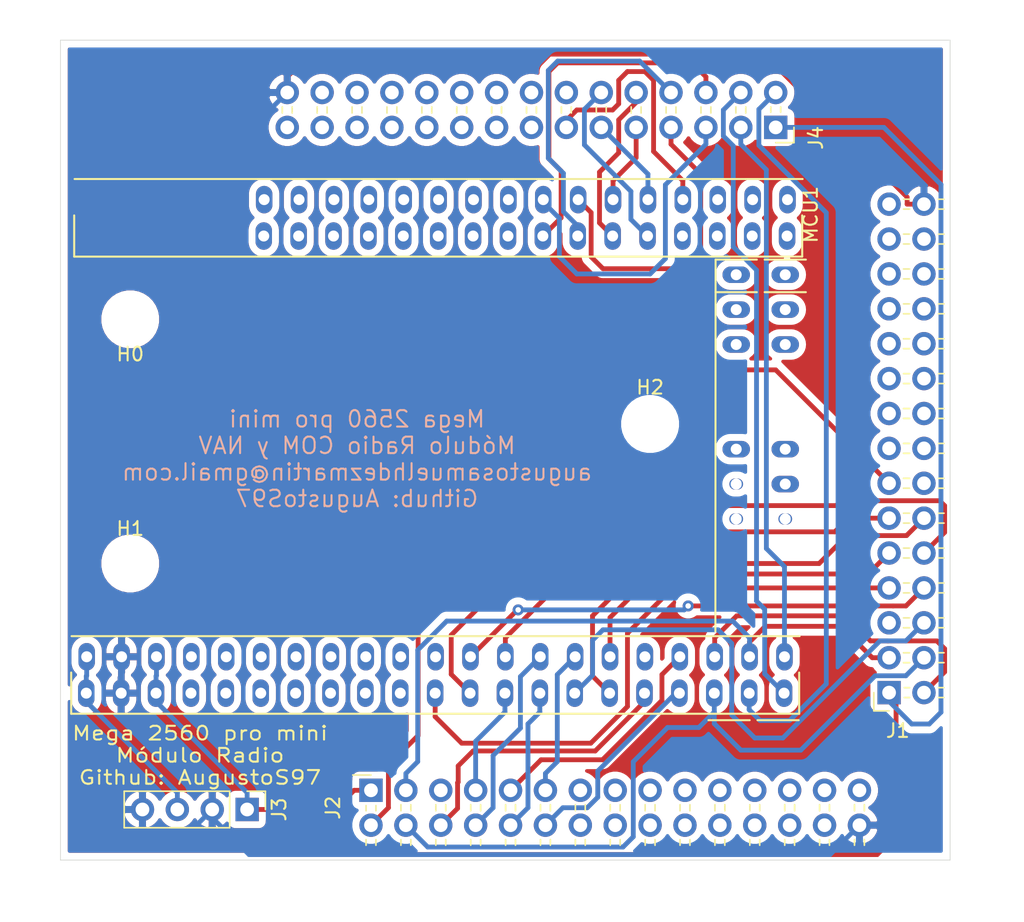
<source format=kicad_pcb>
(kicad_pcb (version 20171130) (host pcbnew "(5.1.9)-1")
  (layers (0 F.Cu signal) (31 B.Cu signal) (34 B.Paste user) (35 F.Paste user) (36 B.SilkS user) (37 F.SilkS user) (38 B.Mask user) (39 F.Mask user) (44 Edge.Cuts user))
  (net 0 "")
  (net 1 GND)
  (net 2 DOUT)
  (net 3 SW_COM_ENC_MHZ)
  (net 4 B_COM_ENC_MHZ)
  (net 5 A_COM_ENC_MHZ)
  (net 6 SW_COM_ENC_KHZ)
  (net 7 B_COM_ENC_KHZ)
  (net 8 A_COM_ENC_KHZ)
  (net 9 COM_SWAP)
  (net 10 CS_MAX)
  (net 11 CLK)
  (net 12 DIN)
  (net 13 +5V)
  (net 14 SW_NAV_ENC_MHZ)
  (net 15 B_NAV_ENC_MHZ)
  (net 16 A_NAV_ENC_MHZ)
  (net 17 SW_NAV_ENC_KHZ)
  (net 18 B_NAV_ENC_KHZ)
  (net 19 A_NAV_ENC_KHZ)
  (net 20 NAV_SWAP)
  (net 21 VCC)
  (net 22 I_led)
  (net 23 M_led)
  (net 24 O_led)
  (net 25 AUX)
  (net 26 ADF)
  (net 27 DME)
  (net 28 MKR)
  (net 29 NAV2)
  (net 30 NAV1)
  (net 31 BOTH)
  (net 32 COM2)
  (net 33 COM1)
  (module Connector_PinSocket_2.54mm:PinSocket_2x15_P2.54mm_Horizontal (layer F.Cu) (at 168.275 123.698 180)
    (fp_text reference J1 (at -0.635 -2.77) (layer F.SilkS))
    (fp_text value COM_CONN)
    (pad 30 thru_hole oval (at -2.54 35.56 180) (size 1.7 1.7) (drill 1) (layers *.Cu *.Mask) (net 1 GND))
    (pad 29 thru_hole oval (at 0 35.56 180) (size 1.7 1.7) (drill 1) (layers *.Cu *.Mask))
    (pad 28 thru_hole oval (at -2.54 33.02 180) (size 1.7 1.7) (drill 1) (layers *.Cu *.Mask))
    (pad 27 thru_hole oval (at 0 33.02 180) (size 1.7 1.7) (drill 1) (layers *.Cu *.Mask))
    (pad 26 thru_hole oval (at -2.54 30.48 180) (size 1.7 1.7) (drill 1) (layers *.Cu *.Mask))
    (pad 25 thru_hole oval (at 0 30.48 180) (size 1.7 1.7) (drill 1) (layers *.Cu *.Mask))
    (pad 24 thru_hole oval (at -2.54 27.94 180) (size 1.7 1.7) (drill 1) (layers *.Cu *.Mask))
    (pad 23 thru_hole oval (at 0 27.94 180) (size 1.7 1.7) (drill 1) (layers *.Cu *.Mask))
    (pad 22 thru_hole oval (at -2.54 25.4 180) (size 1.7 1.7) (drill 1) (layers *.Cu *.Mask))
    (pad 21 thru_hole oval (at 0 25.4 180) (size 1.7 1.7) (drill 1) (layers *.Cu *.Mask))
    (pad 20 thru_hole oval (at -2.54 22.86 180) (size 1.7 1.7) (drill 1) (layers *.Cu *.Mask))
    (pad 19 thru_hole oval (at 0 22.86 180) (size 1.7 1.7) (drill 1) (layers *.Cu *.Mask))
    (pad 18 thru_hole oval (at -2.54 20.32 180) (size 1.7 1.7) (drill 1) (layers *.Cu *.Mask))
    (pad 17 thru_hole oval (at 0 20.32 180) (size 1.7 1.7) (drill 1) (layers *.Cu *.Mask))
    (pad 16 thru_hole oval (at -2.54 17.78 180) (size 1.7 1.7) (drill 1) (layers *.Cu *.Mask))
    (pad 15 thru_hole oval (at 0 17.78 180) (size 1.7 1.7) (drill 1) (layers *.Cu *.Mask))
    (pad 14 thru_hole oval (at -2.54 15.24 180) (size 1.7 1.7) (drill 1) (layers *.Cu *.Mask))
    (pad 13 thru_hole oval (at 0 15.24 180) (size 1.7 1.7) (drill 1) (layers *.Cu *.Mask) (net 2 DOUT))
    (pad 12 thru_hole oval (at -2.54 12.7 180) (size 1.7 1.7) (drill 1) (layers *.Cu *.Mask) (net 3 SW_COM_ENC_MHZ))
    (pad 11 thru_hole oval (at 0 12.7 180) (size 1.7 1.7) (drill 1) (layers *.Cu *.Mask) (net 4 B_COM_ENC_MHZ))
    (pad 10 thru_hole oval (at -2.54 10.16 180) (size 1.7 1.7) (drill 1) (layers *.Cu *.Mask) (net 5 A_COM_ENC_MHZ))
    (pad 9 thru_hole oval (at 0 10.16 180) (size 1.7 1.7) (drill 1) (layers *.Cu *.Mask) (net 6 SW_COM_ENC_KHZ))
    (pad 8 thru_hole oval (at -2.54 7.62 180) (size 1.7 1.7) (drill 1) (layers *.Cu *.Mask) (net 7 B_COM_ENC_KHZ))
    (pad 7 thru_hole oval (at 0 7.62 180) (size 1.7 1.7) (drill 1) (layers *.Cu *.Mask) (net 8 A_COM_ENC_KHZ))
    (pad 6 thru_hole oval (at -2.54 5.08 180) (size 1.7 1.7) (drill 1) (layers *.Cu *.Mask) (net 9 COM_SWAP))
    (pad 5 thru_hole oval (at 0 5.08 180) (size 1.7 1.7) (drill 1) (layers *.Cu *.Mask))
    (pad 4 thru_hole oval (at -2.54 2.54 180) (size 1.7 1.7) (drill 1) (layers *.Cu *.Mask) (net 10 CS_MAX))
    (pad 3 thru_hole oval (at 0 2.54 180) (size 1.7 1.7) (drill 1) (layers *.Cu *.Mask) (net 11 CLK))
    (pad 2 thru_hole oval (at -2.54 0 180) (size 1.7 1.7) (drill 1) (layers *.Cu *.Mask) (net 12 DIN))
    (pad 1 thru_hole rect (at 0 0 180) (size 1.7 1.7) (drill 1) (layers *.Cu *.Mask) (net 13 +5V))
  )
  (module Connector_PinSocket_2.54mm:PinSocket_2x15_P2.54mm_Horizontal (layer F.Cu) (at 160.02 82.55 270)
    (fp_text reference J4 (at 0.762 -2.921 90) (layer F.SilkS))
    (fp_text value SW_CONN)
    (pad 30 thru_hole oval (at -2.54 35.56 270) (size 1.7 1.7) (drill 1) (layers *.Cu *.Mask) (net 1 GND))
    (pad 29 thru_hole oval (at 0 35.56 270) (size 1.7 1.7) (drill 1) (layers *.Cu *.Mask))
    (pad 28 thru_hole oval (at -2.54 33.02 270) (size 1.7 1.7) (drill 1) (layers *.Cu *.Mask))
    (pad 27 thru_hole oval (at 0 33.02 270) (size 1.7 1.7) (drill 1) (layers *.Cu *.Mask))
    (pad 26 thru_hole oval (at -2.54 30.48 270) (size 1.7 1.7) (drill 1) (layers *.Cu *.Mask))
    (pad 25 thru_hole oval (at 0 30.48 270) (size 1.7 1.7) (drill 1) (layers *.Cu *.Mask))
    (pad 24 thru_hole oval (at -2.54 27.94 270) (size 1.7 1.7) (drill 1) (layers *.Cu *.Mask))
    (pad 23 thru_hole oval (at 0 27.94 270) (size 1.7 1.7) (drill 1) (layers *.Cu *.Mask))
    (pad 22 thru_hole oval (at -2.54 25.4 270) (size 1.7 1.7) (drill 1) (layers *.Cu *.Mask))
    (pad 21 thru_hole oval (at 0 25.4 270) (size 1.7 1.7) (drill 1) (layers *.Cu *.Mask))
    (pad 20 thru_hole oval (at -2.54 22.86 270) (size 1.7 1.7) (drill 1) (layers *.Cu *.Mask))
    (pad 19 thru_hole oval (at 0 22.86 270) (size 1.7 1.7) (drill 1) (layers *.Cu *.Mask))
    (pad 18 thru_hole oval (at -2.54 20.32 270) (size 1.7 1.7) (drill 1) (layers *.Cu *.Mask))
    (pad 17 thru_hole oval (at 0 20.32 270) (size 1.7 1.7) (drill 1) (layers *.Cu *.Mask))
    (pad 16 thru_hole oval (at -2.54 17.78 270) (size 1.7 1.7) (drill 1) (layers *.Cu *.Mask))
    (pad 15 thru_hole oval (at 0 17.78 270) (size 1.7 1.7) (drill 1) (layers *.Cu *.Mask))
    (pad 14 thru_hole oval (at -2.54 15.24 270) (size 1.7 1.7) (drill 1) (layers *.Cu *.Mask))
    (pad 13 thru_hole oval (at 0 15.24 270) (size 1.7 1.7) (drill 1) (layers *.Cu *.Mask) (net 22 I_led))
    (pad 12 thru_hole oval (at -2.54 12.7 270) (size 1.7 1.7) (drill 1) (layers *.Cu *.Mask) (net 23 M_led))
    (pad 11 thru_hole oval (at 0 12.7 270) (size 1.7 1.7) (drill 1) (layers *.Cu *.Mask) (net 24 O_led))
    (pad 10 thru_hole oval (at -2.54 10.16 270) (size 1.7 1.7) (drill 1) (layers *.Cu *.Mask) (net 25 AUX))
    (pad 9 thru_hole oval (at 0 10.16 270) (size 1.7 1.7) (drill 1) (layers *.Cu *.Mask) (net 26 ADF))
    (pad 8 thru_hole oval (at -2.54 7.62 270) (size 1.7 1.7) (drill 1) (layers *.Cu *.Mask) (net 27 DME))
    (pad 7 thru_hole oval (at 0 7.62 270) (size 1.7 1.7) (drill 1) (layers *.Cu *.Mask) (net 28 MKR))
    (pad 6 thru_hole oval (at -2.54 5.08 270) (size 1.7 1.7) (drill 1) (layers *.Cu *.Mask) (net 29 NAV2))
    (pad 5 thru_hole oval (at 0 5.08 270) (size 1.7 1.7) (drill 1) (layers *.Cu *.Mask) (net 30 NAV1))
    (pad 4 thru_hole oval (at -2.54 2.54 270) (size 1.7 1.7) (drill 1) (layers *.Cu *.Mask) (net 31 BOTH))
    (pad 3 thru_hole oval (at 0 2.54 270) (size 1.7 1.7) (drill 1) (layers *.Cu *.Mask) (net 32 COM2))
    (pad 2 thru_hole oval (at -2.54 0 270) (size 1.7 1.7) (drill 1) (layers *.Cu *.Mask) (net 33 COM1))
    (pad 1 thru_hole rect (at 0 0 270) (size 1.7 1.7) (drill 1) (layers *.Cu *.Mask) (net 13 +5V))
  )
  (module Connector_PinSocket_2.54mm:PinSocket_2x15_P2.54mm_Horizontal (layer F.Cu) (at 130.556 130.81 90)
    (fp_text reference J2 (at -1.27 -2.77 90) (layer F.SilkS))
    (fp_text value NAV_CONN)
    (pad 30 thru_hole oval (at -2.54 35.56 90) (size 1.7 1.7) (drill 1) (layers *.Cu *.Mask) (net 1 GND))
    (pad 29 thru_hole oval (at 0 35.56 90) (size 1.7 1.7) (drill 1) (layers *.Cu *.Mask))
    (pad 28 thru_hole oval (at -2.54 33.02 90) (size 1.7 1.7) (drill 1) (layers *.Cu *.Mask))
    (pad 27 thru_hole oval (at 0 33.02 90) (size 1.7 1.7) (drill 1) (layers *.Cu *.Mask))
    (pad 26 thru_hole oval (at -2.54 30.48 90) (size 1.7 1.7) (drill 1) (layers *.Cu *.Mask))
    (pad 25 thru_hole oval (at 0 30.48 90) (size 1.7 1.7) (drill 1) (layers *.Cu *.Mask))
    (pad 24 thru_hole oval (at -2.54 27.94 90) (size 1.7 1.7) (drill 1) (layers *.Cu *.Mask))
    (pad 23 thru_hole oval (at 0 27.94 90) (size 1.7 1.7) (drill 1) (layers *.Cu *.Mask))
    (pad 22 thru_hole oval (at -2.54 25.4 90) (size 1.7 1.7) (drill 1) (layers *.Cu *.Mask))
    (pad 21 thru_hole oval (at 0 25.4 90) (size 1.7 1.7) (drill 1) (layers *.Cu *.Mask))
    (pad 20 thru_hole oval (at -2.54 22.86 90) (size 1.7 1.7) (drill 1) (layers *.Cu *.Mask))
    (pad 19 thru_hole oval (at 0 22.86 90) (size 1.7 1.7) (drill 1) (layers *.Cu *.Mask))
    (pad 18 thru_hole oval (at -2.54 20.32 90) (size 1.7 1.7) (drill 1) (layers *.Cu *.Mask))
    (pad 17 thru_hole oval (at 0 20.32 90) (size 1.7 1.7) (drill 1) (layers *.Cu *.Mask))
    (pad 16 thru_hole oval (at -2.54 17.78 90) (size 1.7 1.7) (drill 1) (layers *.Cu *.Mask))
    (pad 15 thru_hole oval (at 0 17.78 90) (size 1.7 1.7) (drill 1) (layers *.Cu *.Mask))
    (pad 14 thru_hole oval (at -2.54 15.24 90) (size 1.7 1.7) (drill 1) (layers *.Cu *.Mask))
    (pad 13 thru_hole oval (at 0 15.24 90) (size 1.7 1.7) (drill 1) (layers *.Cu *.Mask))
    (pad 12 thru_hole oval (at -2.54 12.7 90) (size 1.7 1.7) (drill 1) (layers *.Cu *.Mask) (net 14 SW_NAV_ENC_MHZ))
    (pad 11 thru_hole oval (at 0 12.7 90) (size 1.7 1.7) (drill 1) (layers *.Cu *.Mask) (net 15 B_NAV_ENC_MHZ))
    (pad 10 thru_hole oval (at -2.54 10.16 90) (size 1.7 1.7) (drill 1) (layers *.Cu *.Mask) (net 16 A_NAV_ENC_MHZ))
    (pad 9 thru_hole oval (at 0 10.16 90) (size 1.7 1.7) (drill 1) (layers *.Cu *.Mask) (net 17 SW_NAV_ENC_KHZ))
    (pad 8 thru_hole oval (at -2.54 7.62 90) (size 1.7 1.7) (drill 1) (layers *.Cu *.Mask) (net 18 B_NAV_ENC_KHZ))
    (pad 7 thru_hole oval (at 0 7.62 90) (size 1.7 1.7) (drill 1) (layers *.Cu *.Mask) (net 19 A_NAV_ENC_KHZ))
    (pad 6 thru_hole oval (at -2.54 5.08 90) (size 1.7 1.7) (drill 1) (layers *.Cu *.Mask) (net 20 NAV_SWAP))
    (pad 5 thru_hole oval (at 0 5.08 90) (size 1.7 1.7) (drill 1) (layers *.Cu *.Mask))
    (pad 4 thru_hole oval (at -2.54 2.54 90) (size 1.7 1.7) (drill 1) (layers *.Cu *.Mask) (net 10 CS_MAX))
    (pad 3 thru_hole oval (at 0 2.54 90) (size 1.7 1.7) (drill 1) (layers *.Cu *.Mask) (net 11 CLK))
    (pad 2 thru_hole oval (at -2.54 0 90) (size 1.7 1.7) (drill 1) (layers *.Cu *.Mask) (net 2 DOUT))
    (pad 1 thru_hole rect (at 0 0 90) (size 1.7 1.7) (drill 1) (layers *.Cu *.Mask) (net 13 +5V))
  )
  (module MountingHole:MountingHole_3.2mm_M3 (layer F.Cu) (at 150.876 104.14)
    (fp_text reference H2 (at 0 -2.667) (layer F.SilkS))
    (fp_text value MountingHole_3.2mm_M3)
    (pad 1 np_thru_hole circle (at 0 0) (size 3.2 3.2) (drill 3.2) (layers *.Cu *.Mask))
  )
  (module MountingHole:MountingHole_3.2mm_M3 (layer F.Cu) (at 113.03 114.3)
    (fp_text reference H1 (at 0 -2.54) (layer F.SilkS))
    (fp_text value MountingHole_3.2mm_M3)
    (pad 1 np_thru_hole circle (at 0 0) (size 3.2 3.2) (drill 3.2) (layers *.Cu *.Mask))
  )
  (module MountingHole:MountingHole_3.2mm_M3 (layer F.Cu) (at 113.03 96.52)
    (fp_text reference H0 (at 0 2.54) (layer F.SilkS))
    (fp_text value MountingHole_3.2mm_M3)
    (pad 1 np_thru_hole circle (at 0 0) (size 3.2 3.2) (drill 3.2) (layers *.Cu *.Mask))
  )
  (module Mega2560-pro-mini-radio:MEGA_Embebido (layer F.Cu) (at 135.509 86.868 180)
    (fp_text reference MCU1 (at -27.051 -2.032 90) (layer F.SilkS))
    (fp_text value Mega_Embebido)
    (pad 40 thru_hole oval (at -22.58 -36.87 180) (size 1.2 2) (drill 0.8) (layers *.Cu *.Mask) (net 33 COM1))
    (pad 2 thru_hole oval (at 25.68 -36.87 180) (size 1.2 2) (drill 0.8) (layers *.Cu *.Mask) (net 21 VCC))
    (pad 4 thru_hole oval (at 23.14 -36.87 180) (size 1.2 2) (drill 0.8) (layers *.Cu *.Mask) (net 1 GND))
    (pad 6 thru_hole oval (at 20.6 -36.87 180) (size 1.2 2) (drill 0.8) (layers *.Cu *.Mask) (net 13 +5V))
    (pad 8 thru_hole oval (at 18.06 -36.87 180) (size 1.2 2) (drill 0.8) (layers *.Cu *.Mask))
    (pad 10 thru_hole oval (at 15.52 -36.87 180) (size 1.2 2) (drill 0.8) (layers *.Cu *.Mask))
    (pad 12 thru_hole oval (at 12.98 -36.87 180) (size 1.2 2) (drill 0.8) (layers *.Cu *.Mask))
    (pad 14 thru_hole oval (at 10.44 -36.87 180) (size 1.2 2) (drill 0.8) (layers *.Cu *.Mask))
    (pad 16 thru_hole oval (at 7.9 -36.87 180) (size 1.2 2) (drill 0.8) (layers *.Cu *.Mask))
    (pad 18 thru_hole oval (at 5.36 -36.87 180) (size 1.2 2) (drill 0.8) (layers *.Cu *.Mask))
    (pad 20 thru_hole oval (at 2.82 -36.87 180) (size 1.2 2) (drill 0.8) (layers *.Cu *.Mask))
    (pad 22 thru_hole oval (at 0.28 -36.87 180) (size 1.2 2) (drill 0.8) (layers *.Cu *.Mask) (net 8 A_COM_ENC_KHZ))
    (pad 24 thru_hole oval (at -2.26 -36.87 180) (size 1.2 2) (drill 0.8) (layers *.Cu *.Mask) (net 5 A_COM_ENC_MHZ))
    (pad 26 thru_hole oval (at -4.8 -36.87 180) (size 1.2 2) (drill 0.8) (layers *.Cu *.Mask) (net 19 A_NAV_ENC_KHZ))
    (pad 28 thru_hole oval (at -7.34 -36.87 180) (size 1.2 2) (drill 0.8) (layers *.Cu *.Mask) (net 16 A_NAV_ENC_MHZ))
    (pad 30 thru_hole oval (at -9.88 -36.87 180) (size 1.2 2) (drill 0.8) (layers *.Cu *.Mask) (net 9 COM_SWAP))
    (pad 36 thru_hole oval (at -17.5 -36.87 180) (size 1.2 2) (drill 0.8) (layers *.Cu *.Mask) (net 14 SW_NAV_ENC_MHZ))
    (pad 34 thru_hole oval (at -14.96 -36.87 180) (size 1.2 2) (drill 0.8) (layers *.Cu *.Mask) (net 20 NAV_SWAP))
    (pad 32 thru_hole oval (at -12.42 -36.87 180) (size 1.2 2) (drill 0.8) (layers *.Cu *.Mask) (net 3 SW_COM_ENC_MHZ))
    (pad 42 thru_hole oval (at -25.12 -36.87 180) (size 1.2 2) (drill 0.8) (layers *.Cu *.Mask) (net 31 BOTH))
    (pad 38 thru_hole oval (at -20.04 -36.87 180) (size 1.2 2) (drill 0.8) (layers *.Cu *.Mask) (net 10 CS_MAX))
    (pad 1 thru_hole oval (at 25.65 -34.22 180) (size 1.2 2) (drill 0.8) (layers *.Cu *.Mask) (net 21 VCC))
    (pad 3 thru_hole oval (at 23.11 -34.22 180) (size 1.2 2) (drill 0.8) (layers *.Cu *.Mask) (net 1 GND))
    (pad 5 thru_hole oval (at 20.57 -34.22 180) (size 1.2 2) (drill 0.8) (layers *.Cu *.Mask) (net 13 +5V))
    (pad 7 thru_hole oval (at 18.03 -34.22 180) (size 1.2 2) (drill 0.8) (layers *.Cu *.Mask))
    (pad 9 thru_hole oval (at 15.49 -34.22 180) (size 1.2 2) (drill 0.8) (layers *.Cu *.Mask))
    (pad 11 thru_hole oval (at 12.95 -34.22 180) (size 1.2 2) (drill 0.8) (layers *.Cu *.Mask))
    (pad 13 thru_hole oval (at 10.41 -34.22 180) (size 1.2 2) (drill 0.8) (layers *.Cu *.Mask))
    (pad 15 thru_hole oval (at 7.87 -34.22 180) (size 1.2 2) (drill 0.8) (layers *.Cu *.Mask))
    (pad 17 thru_hole oval (at 5.33 -34.22 180) (size 1.2 2) (drill 0.8) (layers *.Cu *.Mask))
    (pad 19 thru_hole oval (at 2.79 -34.22 180) (size 1.2 2) (drill 0.8) (layers *.Cu *.Mask))
    (pad 21 thru_hole oval (at 0.25 -34.22 180) (size 1.2 2) (drill 0.8) (layers *.Cu *.Mask))
    (pad 23 thru_hole oval (at -2.29 -34.22 180) (size 1.2 2) (drill 0.8) (layers *.Cu *.Mask) (net 7 B_COM_ENC_KHZ))
    (pad 25 thru_hole oval (at -4.83 -34.22 180) (size 1.2 2) (drill 0.8) (layers *.Cu *.Mask) (net 4 B_COM_ENC_MHZ))
    (pad 27 thru_hole oval (at -7.37 -34.22 180) (size 1.2 2) (drill 0.8) (layers *.Cu *.Mask) (net 18 B_NAV_ENC_KHZ))
    (pad 29 thru_hole oval (at -9.91 -34.22 180) (size 1.2 2) (drill 0.8) (layers *.Cu *.Mask) (net 15 B_NAV_ENC_MHZ))
    (pad 31 thru_hole oval (at -12.45 -34.22 180) (size 1.2 2) (drill 0.8) (layers *.Cu *.Mask) (net 6 SW_COM_ENC_KHZ))
    (pad 33 thru_hole oval (at -14.99 -34.22 180) (size 1.2 2) (drill 0.8) (layers *.Cu *.Mask))
    (pad 35 thru_hole oval (at -17.53 -34.22 180) (size 1.2 2) (drill 0.8) (layers *.Cu *.Mask) (net 17 SW_NAV_ENC_KHZ))
    (pad 37 thru_hole oval (at -20.07 -34.22 180) (size 1.2 2) (drill 0.8) (layers *.Cu *.Mask) (net 12 DIN))
    (pad 39 thru_hole oval (at -22.61 -34.22 180) (size 1.2 2) (drill 0.8) (layers *.Cu *.Mask) (net 11 CLK))
    (pad 41 thru_hole oval (at -25.15 -34.22 180) (size 1.2 2) (drill 0.8) (layers *.Cu *.Mask) (net 32 COM2))
    (pad 67 thru_hole oval (at -25.206667 -8.947845 270) (size 1.2 2) (drill 0.8) (layers *.Cu *.Mask))
    (pad 43 thru_hole oval (at -21.636667 -24.187845 270) (size 0.8 1) (drill 0.8) (layers *.Cu *.Mask))
    (pad 45 thru_hole oval (at -21.636667 -21.647845 270) (size 0.8 1) (drill 0.8) (layers *.Cu *.Mask))
    (pad 47 thru_hole oval (at -21.636667 -19.107845 270) (size 1.2 2) (drill 0.8) (layers *.Cu *.Mask))
    (pad 44 thru_hole oval (at -25.206667 -24.187845 270) (size 0.8 1) (drill 0.8) (layers *.Cu *.Mask))
    (pad 46 thru_hole oval (at -25.206667 -21.647845 270) (size 1.2 2) (drill 0.8) (layers *.Cu *.Mask))
    (pad 48 thru_hole oval (at -25.206667 -19.107845 270) (size 1.2 2) (drill 0.8) (layers *.Cu *.Mask))
    (pad 65 thru_hole oval (at -25.206667 -6.407845 270) (size 1.2 2) (drill 0.8) (layers *.Cu *.Mask))
    (pad 69 thru_hole oval (at -25.206667 -11.487845 270) (size 1.2 2) (drill 0.8) (layers *.Cu *.Mask))
    (pad 70 thru_hole oval (at -21.636667 -11.487845 270) (size 1.2 2) (drill 0.8) (layers *.Cu *.Mask))
    (pad 68 thru_hole oval (at -21.636667 -8.947845 270) (size 1.2 2) (drill 0.8) (layers *.Cu *.Mask))
    (pad 66 thru_hole oval (at -21.636667 -6.407845 270) (size 1.2 2) (drill 0.8) (layers *.Cu *.Mask))
    (pad 62 thru_hole oval (at -22.8 -3.59 180) (size 1.2 2) (drill 0.8) (layers *.Cu *.Mask))
    (pad 72 thru_hole oval (at 12.76 -3.59 180) (size 1.2 2) (drill 0.8) (layers *.Cu *.Mask))
    (pad 74 thru_hole oval (at 10.22 -3.59 180) (size 1.2 2) (drill 0.8) (layers *.Cu *.Mask))
    (pad 76 thru_hole oval (at 7.68 -3.59 180) (size 1.2 2) (drill 0.8) (layers *.Cu *.Mask))
    (pad 78 thru_hole oval (at 5.14 -3.59 180) (size 1.2 2) (drill 0.8) (layers *.Cu *.Mask))
    (pad 80 thru_hole oval (at 2.6 -3.59 180) (size 1.2 2) (drill 0.8) (layers *.Cu *.Mask))
    (pad 82 thru_hole oval (at 0.06 -3.59 180) (size 1.2 2) (drill 0.8) (layers *.Cu *.Mask))
    (pad 84 thru_hole oval (at -2.48 -3.59 180) (size 1.2 2) (drill 0.8) (layers *.Cu *.Mask))
    (pad 86 thru_hole oval (at -5.02 -3.59 180) (size 1.2 2) (drill 0.8) (layers *.Cu *.Mask))
    (pad 50 thru_hole oval (at -7.56 -3.59 180) (size 1.2 2) (drill 0.8) (layers *.Cu *.Mask) (net 29 NAV2))
    (pad 52 thru_hole oval (at -10.1 -3.59 180) (size 1.2 2) (drill 0.8) (layers *.Cu *.Mask) (net 27 DME))
    (pad 58 thru_hole oval (at -17.72 -3.59 180) (size 1.2 2) (drill 0.8) (layers *.Cu *.Mask))
    (pad 56 thru_hole oval (at -15.18 -3.59 180) (size 1.2 2) (drill 0.8) (layers *.Cu *.Mask) (net 23 M_led))
    (pad 54 thru_hole oval (at -12.64 -3.59 180) (size 1.2 2) (drill 0.8) (layers *.Cu *.Mask) (net 25 AUX))
    (pad 64 thru_hole oval (at -25.34 -3.59 180) (size 1.2 2) (drill 0.8) (layers *.Cu *.Mask))
    (pad 60 thru_hole oval (at -20.26 -3.59 180) (size 1.2 2) (drill 0.8) (layers *.Cu *.Mask))
    (pad 71 thru_hole oval (at 12.73 -0.94 180) (size 1.2 2) (drill 0.8) (layers *.Cu *.Mask))
    (pad 73 thru_hole oval (at 10.19 -0.94 180) (size 1.2 2) (drill 0.8) (layers *.Cu *.Mask))
    (pad 75 thru_hole oval (at 7.65 -0.94 180) (size 1.2 2) (drill 0.8) (layers *.Cu *.Mask))
    (pad 77 thru_hole oval (at 5.11 -0.94 180) (size 1.2 2) (drill 0.8) (layers *.Cu *.Mask))
    (pad 79 thru_hole oval (at 2.57 -0.94 180) (size 1.2 2) (drill 0.8) (layers *.Cu *.Mask))
    (pad 81 thru_hole oval (at 0.03 -0.94 180) (size 1.2 2) (drill 0.8) (layers *.Cu *.Mask))
    (pad 83 thru_hole oval (at -2.51 -0.94 180) (size 1.2 2) (drill 0.8) (layers *.Cu *.Mask))
    (pad 85 thru_hole oval (at -5.05 -0.94 180) (size 1.2 2) (drill 0.8) (layers *.Cu *.Mask))
    (pad 49 thru_hole oval (at -7.59 -0.94 180) (size 1.2 2) (drill 0.8) (layers *.Cu *.Mask) (net 30 NAV1))
    (pad 51 thru_hole oval (at -10.13 -0.94 180) (size 1.2 2) (drill 0.8) (layers *.Cu *.Mask) (net 28 MKR))
    (pad 53 thru_hole oval (at -12.67 -0.94 180) (size 1.2 2) (drill 0.8) (layers *.Cu *.Mask) (net 26 ADF))
    (pad 55 thru_hole oval (at -15.21 -0.94 180) (size 1.2 2) (drill 0.8) (layers *.Cu *.Mask) (net 24 O_led))
    (pad 57 thru_hole oval (at -17.75 -0.94 180) (size 1.2 2) (drill 0.8) (layers *.Cu *.Mask) (net 22 I_led))
    (pad 59 thru_hole oval (at -20.29 -0.94 180) (size 1.2 2) (drill 0.8) (layers *.Cu *.Mask))
    (pad 61 thru_hole oval (at -22.83 -0.94 180) (size 1.2 2) (drill 0.8) (layers *.Cu *.Mask))
    (pad 63 thru_hole oval (at -25.37 -0.94 180) (size 1.2 2) (drill 0.8) (layers *.Cu *.Mask))
  )
  (module Connector_PinHeader_2.54mm:PinHeader_1x04_P2.54mm_Vertical (layer F.Cu) (at 121.539 132.207 270)
    (fp_text reference J3 (at 0 -2.33 90) (layer F.SilkS))
    (fp_text value Power_Conn)
    (pad 4 thru_hole oval (at 0 7.62 270) (size 1.7 1.7) (drill 1) (layers *.Cu *.Mask) (net 1 GND))
    (pad 3 thru_hole oval (at 0 5.08 270) (size 1.7 1.7) (drill 1) (layers *.Cu *.Mask) (net 21 VCC))
    (pad 2 thru_hole oval (at 0 2.54 270) (size 1.7 1.7) (drill 1) (layers *.Cu *.Mask) (net 1 GND))
    (pad 1 thru_hole rect (at 0 0 270) (size 1.7 1.7) (drill 1) (layers *.Cu *.Mask) (net 13 +5V))
  )
  (gr_text "Mega 2560 pro mini\nMódulo Radio COM y NAV\naugustosamuelhdezmartin@gmail.com\nGithub: AugustoS97" (at 129.54 106.68) (layer B.SilkS) (effects (font (size 1.2 1.2)) (justify mirror)))
  (gr_text "Mega 2560 pro mini\nMódulo Radio\nGithub: AugustoS97" (at 118.11 128.27) (layer F.SilkS) (effects (font (size 1 1.2))))
  (gr_line (start 107.95 76.2) (end 107.95 135.89) (layer Edge.Cuts) (width 0.05))
  (gr_line (start 172.72 76.2) (end 107.95 76.2) (layer Edge.Cuts) (width 0.05))
  (gr_line (start 172.72 135.89) (end 172.72 76.2) (layer Edge.Cuts) (width 0.05))
  (gr_line (start 107.95 135.89) (end 172.72 135.89) (layer Edge.Cuts) (width 0.05))
  (segment (start 118.999 132.207) (end 118.4009 132.207) (width 0.35) (layer B.Cu) (net 1))
  (segment (start 112.399 121.088) (end 112.399 122.4633) (width 0.35) (layer F.Cu) (net 1))
  (segment (start 112.399 122.4633) (end 112.369 122.4933) (width 0.35) (layer F.Cu) (net 1))
  (segment (start 112.369 122.4933) (end 112.369 123.738) (width 0.35) (layer F.Cu) (net 1))
  (segment (start 112.369 123.738) (end 112.369 125.1133) (width 0.35) (layer F.Cu) (net 1))
  (segment (start 113.9336 132.207) (end 113.9336 126.6779) (width 0.35) (layer F.Cu) (net 1))
  (segment (start 113.9336 126.6779) (end 112.369 125.1133) (width 0.35) (layer F.Cu) (net 1))
  (segment (start 113.919 132.207) (end 113.9336 132.207) (width 0.35) (layer F.Cu) (net 1))
  (segment (start 124.46 78.867) (end 124.46 80.01) (width 0.35) (layer F.Cu) (net 1))
  (segment (start 126.111 77.216) (end 124.46 78.867) (width 0.35) (layer F.Cu) (net 1))
  (segment (start 159.1755 77.216) (end 126.111 77.216) (width 0.35) (layer F.Cu) (net 1))
  (segment (start 169.5897 87.6302) (end 159.1755 77.216) (width 0.35) (layer F.Cu) (net 1))
  (segment (start 169.5897 88.138) (end 169.5897 87.6302) (width 0.35) (layer F.Cu) (net 1))
  (segment (start 170.815 88.138) (end 169.5897 88.138) (width 0.35) (layer F.Cu) (net 1))
  (segment (start 112.399 119.7127) (end 112.399 121.088) (width 0.35) (layer B.Cu) (net 1))
  (segment (start 121.2152 110.8965) (end 112.399 119.7127) (width 0.35) (layer B.Cu) (net 1))
  (segment (start 121.2152 83.2548) (end 121.2152 110.8965) (width 0.35) (layer B.Cu) (net 1))
  (segment (start 124.46 80.01) (end 121.2152 83.2548) (width 0.35) (layer B.Cu) (net 1))
  (segment (start 121.68389 135.48999) (end 118.4009 132.207) (width 0.35) (layer B.Cu) (net 1))
  (segment (start 163.97601 135.48999) (end 121.68389 135.48999) (width 0.35) (layer B.Cu) (net 1))
  (segment (start 166.116 133.35) (end 163.97601 135.48999) (width 0.35) (layer B.Cu) (net 1))
  (segment (start 113.919 132.207) (end 113.919 134.239) (width 0.35) (layer B.Cu) (net 1))
  (segment (start 113.919 134.239) (end 114.681 135.001) (width 0.35) (layer B.Cu) (net 1))
  (segment (start 116.205 135.001) (end 118.999 132.207) (width 0.35) (layer B.Cu) (net 1))
  (segment (start 114.681 135.001) (end 116.205 135.001) (width 0.35) (layer B.Cu) (net 1))
  (segment (start 131.826 132.08) (end 130.556 133.35) (width 0.35) (layer F.Cu) (net 2))
  (segment (start 131.826 128.9823) (end 131.826 132.08) (width 0.35) (layer F.Cu) (net 2))
  (segment (start 133.989 126.8193) (end 131.826 128.9823) (width 0.35) (layer F.Cu) (net 2))
  (segment (start 133.989 118.233) (end 133.989 126.8193) (width 0.35) (layer F.Cu) (net 2))
  (segment (start 142.6885 109.5335) (end 133.989 118.233) (width 0.35) (layer F.Cu) (net 2))
  (segment (start 142.6885 104.8345) (end 142.6885 109.5335) (width 0.35) (layer F.Cu) (net 2))
  (segment (start 160.02 100.203) (end 147.32 100.203) (width 0.35) (layer F.Cu) (net 2))
  (segment (start 147.32 100.203) (end 142.6885 104.8345) (width 0.35) (layer F.Cu) (net 2))
  (segment (start 168.275 108.458) (end 160.02 100.203) (width 0.35) (layer F.Cu) (net 2))
  (segment (start 146.685 122.494) (end 147.929 123.738) (width 0.35) (layer F.Cu) (net 3))
  (segment (start 146.685 118.11) (end 146.685 122.494) (width 0.35) (layer F.Cu) (net 3))
  (segment (start 150.495 114.3) (end 146.685 118.11) (width 0.35) (layer F.Cu) (net 3))
  (segment (start 163.1824 114.3) (end 150.495 114.3) (width 0.35) (layer F.Cu) (net 3))
  (segment (start 165.2144 112.268) (end 163.1824 114.3) (width 0.35) (layer F.Cu) (net 3))
  (segment (start 169.545 112.268) (end 165.2144 112.268) (width 0.35) (layer F.Cu) (net 3))
  (segment (start 170.815 110.998) (end 169.545 112.268) (width 0.35) (layer F.Cu) (net 3))
  (segment (start 140.339 121.088) (end 140.339 119.7127) (width 0.35) (layer F.Cu) (net 4))
  (segment (start 140.339 119.7127) (end 148.0588 111.9929) (width 0.35) (layer F.Cu) (net 4))
  (segment (start 148.0588 111.9929) (end 164.3222 111.9929) (width 0.35) (layer F.Cu) (net 4))
  (segment (start 164.3222 111.9929) (end 165.3171 110.998) (width 0.35) (layer F.Cu) (net 4))
  (segment (start 165.3171 110.998) (end 168.275 110.998) (width 0.35) (layer F.Cu) (net 4))
  (segment (start 136.398 122.367) (end 137.769 123.738) (width 0.35) (layer F.Cu) (net 5))
  (segment (start 145.8211 110.0839) (end 136.398 119.507) (width 0.35) (layer F.Cu) (net 5))
  (segment (start 136.398 119.507) (end 136.398 122.367) (width 0.35) (layer F.Cu) (net 5))
  (segment (start 164.4343 110.0839) (end 145.8211 110.0839) (width 0.35) (layer F.Cu) (net 5))
  (segment (start 164.7902 109.728) (end 164.4343 110.0839) (width 0.35) (layer F.Cu) (net 5))
  (segment (start 172.31999 110.08999) (end 171.958 109.728) (width 0.35) (layer F.Cu) (net 5))
  (segment (start 172.31999 112.03301) (end 172.31999 110.08999) (width 0.35) (layer F.Cu) (net 5))
  (segment (start 171.958 109.728) (end 164.7902 109.728) (width 0.35) (layer F.Cu) (net 5))
  (segment (start 170.815 113.538) (end 172.31999 112.03301) (width 0.35) (layer F.Cu) (net 5))
  (segment (start 166.751 115.062) (end 168.275 113.538) (width 0.35) (layer F.Cu) (net 6))
  (segment (start 151.13 115.062) (end 166.751 115.062) (width 0.35) (layer F.Cu) (net 6))
  (segment (start 147.959 118.233) (end 151.13 115.062) (width 0.35) (layer F.Cu) (net 6))
  (segment (start 147.959 121.088) (end 147.959 118.233) (width 0.35) (layer F.Cu) (net 6))
  (segment (start 141.2709 117.6755) (end 153.3593 117.6755) (width 0.35) (layer B.Cu) (net 7))
  (segment (start 153.3593 117.6755) (end 153.6463 117.3885) (width 0.35) (layer B.Cu) (net 7))
  (segment (start 137.799 121.088) (end 141.2115 117.6755) (width 0.35) (layer F.Cu) (net 7))
  (segment (start 141.2115 117.6755) (end 141.2709 117.6755) (width 0.35) (layer F.Cu) (net 7))
  (via (at 153.6463 117.3885) (size 0.8) (layers F.Cu B.Cu) (net 7))
  (via (at 141.2709 117.6755) (size 0.8) (layers F.Cu B.Cu) (net 7))
  (segment (start 169.5045 117.3885) (end 168.5695 117.3885) (width 0.35) (layer F.Cu) (net 7))
  (segment (start 170.815 116.078) (end 169.5045 117.3885) (width 0.35) (layer F.Cu) (net 7))
  (segment (start 168.5695 117.3885) (end 153.6463 117.3885) (width 0.35) (layer F.Cu) (net 7))
  (segment (start 152.527 116.078) (end 168.275 116.078) (width 0.35) (layer F.Cu) (net 8))
  (segment (start 137.16 127.381) (end 146.558 127.381) (width 0.35) (layer F.Cu) (net 8))
  (segment (start 149.229 119.376) (end 152.527 116.078) (width 0.35) (layer F.Cu) (net 8))
  (segment (start 149.229 124.71) (end 149.229 119.376) (width 0.35) (layer F.Cu) (net 8))
  (segment (start 135.229 125.45) (end 137.16 127.381) (width 0.35) (layer F.Cu) (net 8))
  (segment (start 146.558 127.381) (end 149.229 124.71) (width 0.35) (layer F.Cu) (net 8))
  (segment (start 135.229 123.738) (end 135.229 125.45) (width 0.35) (layer F.Cu) (net 8))
  (segment (start 146.689 122.438) (end 145.389 123.738) (width 0.35) (layer B.Cu) (net 9))
  (segment (start 146.689 119.884) (end 146.689 122.438) (width 0.35) (layer B.Cu) (net 9))
  (segment (start 156.819 125.323) (end 156.819 120.116) (width 0.35) (layer B.Cu) (net 9))
  (segment (start 158.496 127) (end 156.819 125.323) (width 0.35) (layer B.Cu) (net 9))
  (segment (start 156.819 120.116) (end 155.829 119.126) (width 0.35) (layer B.Cu) (net 9))
  (segment (start 167.611233 119.9326) (end 160.543833 127) (width 0.35) (layer B.Cu) (net 9))
  (segment (start 147.447 119.126) (end 146.689 119.884) (width 0.35) (layer B.Cu) (net 9))
  (segment (start 155.829 119.126) (end 147.447 119.126) (width 0.35) (layer B.Cu) (net 9))
  (segment (start 169.5004 119.9326) (end 167.611233 119.9326) (width 0.35) (layer B.Cu) (net 9))
  (segment (start 160.543833 127) (end 158.496 127) (width 0.35) (layer B.Cu) (net 9))
  (segment (start 170.815 118.618) (end 169.5004 119.9326) (width 0.35) (layer B.Cu) (net 9))
  (segment (start 155.549 123.738) (end 155.549 125.1133) (width 0.35) (layer B.Cu) (net 10))
  (segment (start 152.146 126.238) (end 154.4243 126.238) (width 0.35) (layer B.Cu) (net 10))
  (segment (start 154.4243 126.238) (end 155.549 125.1133) (width 0.35) (layer B.Cu) (net 10))
  (segment (start 149.650999 128.733001) (end 152.146 126.238) (width 0.35) (layer B.Cu) (net 10))
  (segment (start 149.650999 134.194001) (end 149.650999 128.733001) (width 0.35) (layer B.Cu) (net 10))
  (segment (start 148.90502 134.93998) (end 149.650999 134.194001) (width 0.35) (layer B.Cu) (net 10))
  (segment (start 134.68598 134.93998) (end 148.90502 134.93998) (width 0.35) (layer B.Cu) (net 10))
  (segment (start 133.096 133.35) (end 134.68598 134.93998) (width 0.35) (layer B.Cu) (net 10))
  (segment (start 155.549 125.958) (end 155.549 125.1133) (width 0.35) (layer B.Cu) (net 10))
  (segment (start 157.48 127.889) (end 155.549 125.958) (width 0.35) (layer B.Cu) (net 10))
  (segment (start 161.8427 127.889) (end 157.48 127.889) (width 0.35) (layer B.Cu) (net 10))
  (segment (start 167.2591 122.4726) (end 161.8427 127.889) (width 0.35) (layer B.Cu) (net 10))
  (segment (start 169.5004 122.4726) (end 167.2591 122.4726) (width 0.35) (layer B.Cu) (net 10))
  (segment (start 170.815 121.158) (end 169.5004 122.4726) (width 0.35) (layer B.Cu) (net 10))
  (segment (start 167.0497 121.158) (end 168.275 121.158) (width 0.35) (layer F.Cu) (net 11))
  (segment (start 164.7637 118.872) (end 167.0497 121.158) (width 0.35) (layer F.Cu) (net 11))
  (segment (start 158.119 120.011) (end 159.258 118.872) (width 0.35) (layer F.Cu) (net 11))
  (segment (start 158.119 121.088) (end 158.119 120.011) (width 0.35) (layer F.Cu) (net 11))
  (segment (start 159.258 118.872) (end 164.7637 118.872) (width 0.35) (layer F.Cu) (net 11))
  (segment (start 133.959 120.6021) (end 133.959 128.7217) (width 0.35) (layer B.Cu) (net 11))
  (segment (start 133.096 129.5847) (end 133.096 130.81) (width 0.35) (layer B.Cu) (net 11))
  (segment (start 133.959 128.7217) (end 133.096 129.5847) (width 0.35) (layer B.Cu) (net 11))
  (segment (start 136.0701 118.491) (end 133.959 120.6021) (width 0.35) (layer B.Cu) (net 11))
  (segment (start 156.8973 118.491) (end 136.0701 118.491) (width 0.35) (layer B.Cu) (net 11))
  (segment (start 158.119 119.7127) (end 156.8973 118.491) (width 0.35) (layer B.Cu) (net 11))
  (segment (start 158.119 121.088) (end 158.119 119.7127) (width 0.35) (layer B.Cu) (net 11))
  (segment (start 171.748999 119.932999) (end 172.31999 120.50399) (width 0.35) (layer F.Cu) (net 12))
  (segment (start 168.192999 119.932999) (end 171.748999 119.932999) (width 0.35) (layer F.Cu) (net 12))
  (segment (start 172.31999 120.50399) (end 172.31999 122.19301) (width 0.35) (layer F.Cu) (net 12))
  (segment (start 168.1926 119.9326) (end 168.192999 119.932999) (width 0.35) (layer F.Cu) (net 12))
  (segment (start 166.9226 119.9326) (end 168.1926 119.9326) (width 0.35) (layer F.Cu) (net 12))
  (segment (start 165.1 118.11) (end 166.9226 119.9326) (width 0.35) (layer F.Cu) (net 12))
  (segment (start 157.1817 118.11) (end 165.1 118.11) (width 0.35) (layer F.Cu) (net 12))
  (segment (start 172.31999 122.19301) (end 170.815 123.698) (width 0.35) (layer F.Cu) (net 12))
  (segment (start 155.579 119.7127) (end 157.1817 118.11) (width 0.35) (layer F.Cu) (net 12))
  (segment (start 155.579 121.088) (end 155.579 119.7127) (width 0.35) (layer F.Cu) (net 12))
  (segment (start 127.9337 132.207) (end 129.3307 130.81) (width 0.35) (layer F.Cu) (net 13))
  (segment (start 121.539 132.207) (end 127.9337 132.207) (width 0.35) (layer F.Cu) (net 13))
  (segment (start 130.556 130.81) (end 129.3307 130.81) (width 0.35) (layer F.Cu) (net 13))
  (segment (start 114.939 122.4633) (end 114.909 122.4933) (width 0.35) (layer B.Cu) (net 13))
  (segment (start 114.909 122.4933) (end 114.909 123.738) (width 0.35) (layer B.Cu) (net 13))
  (segment (start 114.939 121.088) (end 114.939 122.4633) (width 0.35) (layer B.Cu) (net 13))
  (segment (start 167.40501 135.48999) (end 168.783 134.112) (width 0.35) (layer F.Cu) (net 13))
  (segment (start 128.75899 135.48999) (end 167.40501 135.48999) (width 0.35) (layer F.Cu) (net 13))
  (segment (start 168.783 124.206) (end 168.275 123.698) (width 0.35) (layer F.Cu) (net 13))
  (segment (start 168.783 134.112) (end 168.783 124.206) (width 0.35) (layer F.Cu) (net 13))
  (segment (start 127.9337 134.6647) (end 128.75899 135.48999) (width 0.35) (layer F.Cu) (net 13))
  (segment (start 127.9337 132.207) (end 127.9337 134.6647) (width 0.35) (layer F.Cu) (net 13))
  (segment (start 167.894 82.55) (end 160.02 82.55) (width 0.35) (layer B.Cu) (net 13))
  (segment (start 172.0521 86.7081) (end 167.894 82.55) (width 0.35) (layer B.Cu) (net 13))
  (segment (start 172.0521 125.1279) (end 172.0521 86.7081) (width 0.35) (layer B.Cu) (net 13))
  (segment (start 171.196 125.984) (end 172.0521 125.1279) (width 0.35) (layer B.Cu) (net 13))
  (segment (start 169.926 125.984) (end 171.196 125.984) (width 0.35) (layer B.Cu) (net 13))
  (segment (start 168.275 124.333) (end 169.926 125.984) (width 0.35) (layer B.Cu) (net 13))
  (segment (start 168.275 123.698) (end 168.275 124.333) (width 0.35) (layer B.Cu) (net 13))
  (segment (start 121.539 130.9817) (end 121.539 132.207) (width 0.35) (layer B.Cu) (net 13))
  (segment (start 114.909 124.3517) (end 121.539 130.9817) (width 0.35) (layer B.Cu) (net 13))
  (segment (start 114.909 123.738) (end 114.909 124.3517) (width 0.35) (layer B.Cu) (net 13))
  (segment (start 146.3021 132.08) (end 144.526 132.08) (width 0.35) (layer B.Cu) (net 14))
  (segment (start 147.066 131.3161) (end 146.3021 132.08) (width 0.35) (layer B.Cu) (net 14))
  (segment (start 144.526 132.08) (end 143.256 133.35) (width 0.35) (layer B.Cu) (net 14))
  (segment (start 152.741 123.738) (end 147.066 129.413) (width 0.35) (layer B.Cu) (net 14))
  (segment (start 153.009 123.738) (end 152.741 123.738) (width 0.35) (layer B.Cu) (net 14))
  (segment (start 147.066 129.413) (end 147.066 131.3161) (width 0.35) (layer B.Cu) (net 14))
  (segment (start 143.256 130.81) (end 143.256 129.5847) (width 0.35) (layer B.Cu) (net 15))
  (segment (start 145.419 121.088) (end 144.119 122.388) (width 0.35) (layer B.Cu) (net 15))
  (segment (start 144.119 122.388) (end 144.119 128.7217) (width 0.35) (layer B.Cu) (net 15))
  (segment (start 144.119 128.7217) (end 143.256 129.5847) (width 0.35) (layer B.Cu) (net 15))
  (segment (start 142.849 125.1133) (end 142.849 123.738) (width 0.35) (layer B.Cu) (net 16))
  (segment (start 141.986 125.9763) (end 142.849 125.1133) (width 0.35) (layer B.Cu) (net 16))
  (segment (start 141.986 132.08) (end 141.986 125.9763) (width 0.35) (layer B.Cu) (net 16))
  (segment (start 140.716 133.35) (end 141.986 132.08) (width 0.35) (layer B.Cu) (net 16))
  (segment (start 151.739 122.388) (end 153.039 121.088) (width 0.35) (layer F.Cu) (net 17))
  (segment (start 151.739 124.2617) (end 151.739 122.388) (width 0.35) (layer F.Cu) (net 17))
  (segment (start 147.4134 128.5873) (end 151.739 124.2617) (width 0.35) (layer F.Cu) (net 17))
  (segment (start 142.9387 128.5873) (end 147.4134 128.5873) (width 0.35) (layer F.Cu) (net 17))
  (segment (start 140.716 130.81) (end 142.9387 128.5873) (width 0.35) (layer F.Cu) (net 17))
  (segment (start 141.4356 122.5314) (end 142.879 121.088) (width 0.35) (layer B.Cu) (net 18))
  (segment (start 141.4356 126.2859) (end 141.4356 122.5314) (width 0.35) (layer B.Cu) (net 18))
  (segment (start 139.446 128.2755) (end 141.4356 126.2859) (width 0.35) (layer B.Cu) (net 18))
  (segment (start 139.446 132.08) (end 139.446 128.2755) (width 0.35) (layer B.Cu) (net 18))
  (segment (start 138.176 133.35) (end 139.446 132.08) (width 0.35) (layer B.Cu) (net 18))
  (segment (start 140.309 123.738) (end 140.309 125.1133) (width 0.35) (layer B.Cu) (net 19))
  (segment (start 140.309 125.1133) (end 138.176 127.2463) (width 0.35) (layer B.Cu) (net 19))
  (segment (start 138.176 127.2463) (end 138.176 130.81) (width 0.35) (layer B.Cu) (net 19))
  (segment (start 150.469 124.359) (end 150.469 123.738) (width 0.35) (layer F.Cu) (net 20))
  (segment (start 146.881 127.947) (end 150.469 124.359) (width 0.35) (layer F.Cu) (net 20))
  (segment (start 137.991 127.947) (end 146.881 127.947) (width 0.35) (layer F.Cu) (net 20))
  (segment (start 136.906 129.032) (end 137.991 127.947) (width 0.35) (layer F.Cu) (net 20))
  (segment (start 136.906 130.212002) (end 136.906 129.032) (width 0.35) (layer F.Cu) (net 20))
  (segment (start 136.861001 130.257001) (end 136.906 130.212002) (width 0.35) (layer F.Cu) (net 20))
  (segment (start 136.861001 132.124999) (end 136.861001 130.257001) (width 0.35) (layer F.Cu) (net 20))
  (segment (start 135.636 133.35) (end 136.861001 132.124999) (width 0.35) (layer F.Cu) (net 20))
  (segment (start 109.859 121.088) (end 109.859 122.4633) (width 0.35) (layer B.Cu) (net 21))
  (segment (start 109.859 122.4633) (end 109.829 122.4933) (width 0.35) (layer B.Cu) (net 21))
  (segment (start 109.829 122.4933) (end 109.829 123.738) (width 0.35) (layer B.Cu) (net 21))
  (segment (start 116.459 130.9817) (end 116.459 132.207) (width 0.35) (layer B.Cu) (net 21))
  (segment (start 109.829 124.3517) (end 116.459 130.9817) (width 0.35) (layer B.Cu) (net 21))
  (segment (start 109.829 123.738) (end 109.829 124.3517) (width 0.35) (layer B.Cu) (net 21))
  (segment (start 145.542 81.28) (end 144.78 82.042) (width 0.35) (layer F.Cu) (net 22))
  (segment (start 148.1476 81.28) (end 145.542 81.28) (width 0.35) (layer F.Cu) (net 22))
  (segment (start 148.59 80.8376) (end 148.1476 81.28) (width 0.35) (layer F.Cu) (net 22))
  (segment (start 150.495 78.486) (end 149.225 78.486) (width 0.35) (layer F.Cu) (net 22))
  (segment (start 144.78 82.042) (end 144.78 82.55) (width 0.35) (layer F.Cu) (net 22))
  (segment (start 151.13 79.121) (end 150.495 78.486) (width 0.35) (layer F.Cu) (net 22))
  (segment (start 149.225 78.486) (end 148.59 79.121) (width 0.35) (layer F.Cu) (net 22))
  (segment (start 151.13 84.3037) (end 151.13 79.121) (width 0.35) (layer F.Cu) (net 22))
  (segment (start 148.59 79.121) (end 148.59 80.8376) (width 0.35) (layer F.Cu) (net 22))
  (segment (start 153.259 86.4327) (end 151.13 84.3037) (width 0.35) (layer F.Cu) (net 22))
  (segment (start 153.259 87.808) (end 153.259 86.4327) (width 0.35) (layer F.Cu) (net 22))
  (segment (start 149.479 89.248) (end 150.689 90.458) (width 0.35) (layer B.Cu) (net 23))
  (segment (start 149.479 87.2059) (end 149.479 89.248) (width 0.35) (layer B.Cu) (net 23))
  (segment (start 146.0946 83.8215) (end 149.479 87.2059) (width 0.35) (layer B.Cu) (net 23))
  (segment (start 146.0946 81.2354) (end 146.0946 83.8215) (width 0.35) (layer B.Cu) (net 23))
  (segment (start 147.32 80.01) (end 146.0946 81.2354) (width 0.35) (layer B.Cu) (net 23))
  (segment (start 150.719 85.949) (end 147.32 82.55) (width 0.35) (layer B.Cu) (net 24))
  (segment (start 150.719 87.808) (end 150.719 85.949) (width 0.35) (layer B.Cu) (net 24))
  (segment (start 147.193 89.502) (end 148.149 90.458) (width 0.35) (layer F.Cu) (net 25))
  (segment (start 147.193 85.8004) (end 147.193 89.502) (width 0.35) (layer F.Cu) (net 25))
  (segment (start 148.59 84.4034) (end 147.193 85.8004) (width 0.35) (layer F.Cu) (net 25))
  (segment (start 148.59 81.9975) (end 148.59 84.4034) (width 0.35) (layer F.Cu) (net 25))
  (segment (start 149.86 80.7275) (end 148.59 81.9975) (width 0.35) (layer F.Cu) (net 25))
  (segment (start 149.86 80.01) (end 149.86 80.7275) (width 0.35) (layer F.Cu) (net 25))
  (segment (start 148.179 87.808) (end 148.179 86.4327) (width 0.35) (layer F.Cu) (net 26))
  (segment (start 148.179 86.4327) (end 149.86 84.7517) (width 0.35) (layer F.Cu) (net 26))
  (segment (start 149.86 84.7517) (end 149.86 82.55) (width 0.35) (layer F.Cu) (net 26))
  (segment (start 145.609 89.7286) (end 145.609 90.458) (width 0.35) (layer B.Cu) (net 27))
  (segment (start 144.5637 88.6833) (end 145.609 89.7286) (width 0.35) (layer B.Cu) (net 27))
  (segment (start 144.5637 85.89) (end 144.5637 88.6833) (width 0.35) (layer B.Cu) (net 27))
  (segment (start 143.465001 84.791301) (end 144.5637 85.89) (width 0.35) (layer B.Cu) (net 27))
  (segment (start 143.465001 78.403999) (end 143.465001 84.791301) (width 0.35) (layer B.Cu) (net 27))
  (segment (start 144.145 77.724) (end 143.465001 78.403999) (width 0.35) (layer B.Cu) (net 27))
  (segment (start 150.114 77.724) (end 144.145 77.724) (width 0.35) (layer B.Cu) (net 27))
  (segment (start 152.4 80.01) (end 150.114 77.724) (width 0.35) (layer B.Cu) (net 27))
  (segment (start 152.4 83.7753) (end 152.4 82.55) (width 0.35) (layer F.Cu) (net 28))
  (segment (start 154.559 85.9343) (end 152.4 83.7753) (width 0.35) (layer F.Cu) (net 28))
  (segment (start 153.289 92.837) (end 154.559 91.567) (width 0.35) (layer F.Cu) (net 28))
  (segment (start 147.447 92.837) (end 153.289 92.837) (width 0.35) (layer F.Cu) (net 28))
  (segment (start 146.5844 91.9744) (end 147.447 92.837) (width 0.35) (layer F.Cu) (net 28))
  (segment (start 146.5844 88.7534) (end 146.5844 91.9744) (width 0.35) (layer F.Cu) (net 28))
  (segment (start 154.559 91.567) (end 154.559 85.9343) (width 0.35) (layer F.Cu) (net 28))
  (segment (start 145.639 87.808) (end 146.5844 88.7534) (width 0.35) (layer F.Cu) (net 28))
  (segment (start 143.069 90.458) (end 144.399 89.128) (width 0.35) (layer F.Cu) (net 29))
  (segment (start 144.399 89.128) (end 144.399 85.7253) (width 0.35) (layer F.Cu) (net 29))
  (segment (start 153.924 77.851) (end 154.94 78.867) (width 0.35) (layer F.Cu) (net 29))
  (segment (start 143.51 84.8363) (end 143.51 78.486) (width 0.35) (layer F.Cu) (net 29))
  (segment (start 143.51 78.486) (end 144.145 77.851) (width 0.35) (layer F.Cu) (net 29))
  (segment (start 154.94 78.867) (end 154.94 80.01) (width 0.35) (layer F.Cu) (net 29))
  (segment (start 144.399 85.7253) (end 143.51 84.8363) (width 0.35) (layer F.Cu) (net 29))
  (segment (start 144.145 77.851) (end 153.924 77.851) (width 0.35) (layer F.Cu) (net 29))
  (segment (start 151.989 86.7263) (end 154.94 83.7753) (width 0.35) (layer B.Cu) (net 30))
  (segment (start 151.989 92.105) (end 151.989 86.7263) (width 0.35) (layer B.Cu) (net 30))
  (segment (start 154.94 83.7753) (end 154.94 82.55) (width 0.35) (layer B.Cu) (net 30))
  (segment (start 150.876 93.218) (end 151.989 92.105) (width 0.35) (layer B.Cu) (net 30))
  (segment (start 145.542 93.218) (end 150.876 93.218) (width 0.35) (layer B.Cu) (net 30))
  (segment (start 144.272 91.948) (end 145.542 93.218) (width 0.35) (layer B.Cu) (net 30))
  (segment (start 144.272 89.17) (end 144.272 91.948) (width 0.35) (layer B.Cu) (net 30))
  (segment (start 143.099 87.997) (end 144.272 89.17) (width 0.35) (layer B.Cu) (net 30))
  (segment (start 143.099 87.808) (end 143.099 87.997) (width 0.35) (layer B.Cu) (net 30))
  (segment (start 158.623 92.9331) (end 158.623 117.0317) (width 0.35) (layer B.Cu) (net 31))
  (segment (start 156.9296 91.2397) (end 158.623 92.9331) (width 0.35) (layer B.Cu) (net 31))
  (segment (start 159.219 122.328) (end 160.629 123.738) (width 0.35) (layer B.Cu) (net 31))
  (segment (start 158.623 117.0317) (end 159.219 117.6277) (width 0.35) (layer B.Cu) (net 31))
  (segment (start 156.21 83.1802) (end 156.9296 83.8998) (width 0.35) (layer B.Cu) (net 31))
  (segment (start 156.21 81.28) (end 156.21 83.1802) (width 0.35) (layer B.Cu) (net 31))
  (segment (start 157.48 80.01) (end 156.21 81.28) (width 0.35) (layer B.Cu) (net 31))
  (segment (start 156.9296 83.8998) (end 156.9296 91.2397) (width 0.35) (layer B.Cu) (net 31))
  (segment (start 159.219 117.6277) (end 159.219 122.328) (width 0.35) (layer B.Cu) (net 31))
  (segment (start 160.659 114.5245) (end 160.659 121.088) (width 0.35) (layer B.Cu) (net 32))
  (segment (start 159.3404 85.6357) (end 159.3404 113.2059) (width 0.35) (layer B.Cu) (net 32))
  (segment (start 159.3404 113.2059) (end 160.659 114.5245) (width 0.35) (layer B.Cu) (net 32))
  (segment (start 157.48 83.7753) (end 159.3404 85.6357) (width 0.35) (layer B.Cu) (net 32))
  (segment (start 157.48 82.55) (end 157.48 83.7753) (width 0.35) (layer B.Cu) (net 32))
  (segment (start 158.877 125.73) (end 158.089 124.942) (width 0.35) (layer B.Cu) (net 33))
  (segment (start 161.036 125.73) (end 158.877 125.73) (width 0.35) (layer B.Cu) (net 33))
  (segment (start 163.703 123.063) (end 161.036 125.73) (width 0.35) (layer B.Cu) (net 33))
  (segment (start 163.703 88.7607) (end 163.703 123.063) (width 0.35) (layer B.Cu) (net 33))
  (segment (start 158.7946 83.8523) (end 163.703 88.7607) (width 0.35) (layer B.Cu) (net 33))
  (segment (start 158.089 124.942) (end 158.089 123.738) (width 0.35) (layer B.Cu) (net 33))
  (segment (start 158.7946 81.2354) (end 158.7946 83.8523) (width 0.35) (layer B.Cu) (net 33))
  (segment (start 160.02 80.01) (end 158.7946 81.2354) (width 0.35) (layer B.Cu) (net 33))
  (zone (net 1) (net_name GND) (layer F.Cu) (connect_pads (clearance 0.508)) (min_thickness 0.254) (fill yes (arc_segments 32) (thermal_gap 0.508) (thermal_bridge_width 0.508))
    (polygon (pts (xy 172.72 135.89) (xy 107.95 135.89) (xy 107.95 76.2) (xy 172.72 76.2)))
  )
  (zone (net 1) (net_name GND) (layer B.Cu) (connect_pads (clearance 0.508)) (min_thickness 0.254) (fill yes (arc_segments 32) (thermal_gap 0.508) (thermal_bridge_width 0.508))
    (polygon (pts (xy 172.72 135.89) (xy 107.95 135.89) (xy 107.95 76.2) (xy 172.72 76.2)))
  )
)
</source>
